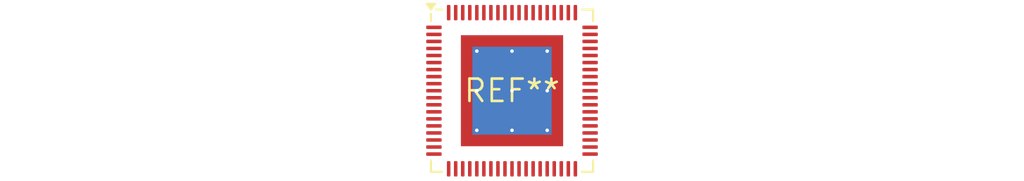
<source format=kicad_pcb>
(kicad_pcb (version 20240108) (generator pcbnew)
  (layers (0 "F.Cu" signal) (31 "B.Cu" signal) (34 "B.Paste" user) (35 "F.Paste" user) (36 "B.SilkS" user "B.Silkscreen") (37 "F.SilkS" user "F.Silkscreen") (38 "B.Mask" user) (39 "F.Mask" user) (44 "Edge.Cuts" user))
  (net 0 "")
  (footprint "QFN-76-1EP_9x9mm_P0.4mm_EP5.81x6.31mm_ThermalVias" (layer "F.Cu") (at 0 0)
    (property "Reference" "REF**")
    (property "Value" "QFN-76-1EP_9x9mm_P0.4mm_EP5.81x6.31mm_ThermalVias")
    (fp_line (start -4.61 -3.96) (end -4.61 -4.37) (layer "F.SilkS") (stroke (width 0.12)))
    (fp_line (start -4.61 4.61) (end -4.61 3.96) (layer "F.SilkS") (stroke (width 0.12)))
    (fp_line (start -3.96 -4.61) (end -4.31 -4.61) (layer "F.SilkS") (stroke (width 0.12)))
    (fp_line (start -3.96 4.61) (end -4.61 4.61) (layer "F.SilkS") (stroke (width 0.12)))
    (fp_line (start 3.96 -4.61) (end 4.61 -4.61) (layer "F.SilkS") (stroke (width 0.12)))
    (fp_line (start 3.96 4.61) (end 4.61 4.61) (layer "F.SilkS") (stroke (width 0.12)))
    (fp_line (start 4.61 -4.61) (end 4.61 -3.96) (layer "F.SilkS") (stroke (width 0.12)))
    (fp_line (start 4.61 4.61) (end 4.61 3.96) (layer "F.SilkS") (stroke (width 0.12)))
    (fp_poly (pts (xy -4.61 -4.61) (xy -4.85 -4.94) (xy -4.37 -4.94) (xy -4.61 -4.61)) (layer "F.SilkS") (stroke (width 0.12)) (fill solid))
    (pad "1" smd roundrect (at -4.4375 -3.6) (size 0.875 0.2) (layers "F.Cu" "F.Paste" "F.Mask"))
    (pad "2" smd roundrect (at -4.4375 -3.2) (size 0.875 0.2) (layers "F.Cu" "F.Paste" "F.Mask"))
    (pad "3" smd roundrect (at -4.4375 -2.8) (size 0.875 0.2) (layers "F.Cu" "F.Paste" "F.Mask"))
    (pad "4" smd roundrect (at -4.4375 -2.4) (size 0.875 0.2) (layers "F.Cu" "F.Paste" "F.Mask"))
    (pad "5" smd roundrect (at -4.4375 -2) (size 0.875 0.2) (layers "F.Cu" "F.Paste" "F.Mask"))
    (pad "6" smd roundrect (at -4.4375 -1.6) (size 0.875 0.2) (layers "F.Cu" "F.Paste" "F.Mask"))
    (pad "7" smd roundrect (at -4.4375 -1.2) (size 0.875 0.2) (layers "F.Cu" "F.Paste" "F.Mask"))
    (pad "8" smd roundrect (at -4.4375 -0.8) (size 0.875 0.2) (layers "F.Cu" "F.Paste" "F.Mask"))
    (pad "9" smd roundrect (at -4.4375 -0.4) (size 0.875 0.2) (layers "F.Cu" "F.Paste" "F.Mask"))
    (pad "10" smd roundrect (at -4.4375 0) (size 0.875 0.2) (layers "F.Cu" "F.Paste" "F.Mask"))
    (pad "11" smd roundrect (at -4.4375 0.4) (size 0.875 0.2) (layers "F.Cu" "F.Paste" "F.Mask"))
    (pad "12" smd roundrect (at -4.4375 0.8) (size 0.875 0.2) (layers "F.Cu" "F.Paste" "F.Mask"))
    (pad "13" smd roundrect (at -4.4375 1.2) (size 0.875 0.2) (layers "F.Cu" "F.Paste" "F.Mask"))
    (pad "14" smd roundrect (at -4.4375 1.6) (size 0.875 0.2) (layers "F.Cu" "F.Paste" "F.Mask"))
    (pad "15" smd roundrect (at -4.4375 2) (size 0.875 0.2) (layers "F.Cu" "F.Paste" "F.Mask"))
    (pad "16" smd roundrect (at -4.4375 2.4) (size 0.875 0.2) (layers "F.Cu" "F.Paste" "F.Mask"))
    (pad "17" smd roundrect (at -4.4375 2.8) (size 0.875 0.2) (layers "F.Cu" "F.Paste" "F.Mask"))
    (pad "18" smd roundrect (at -4.4375 3.2) (size 0.875 0.2) (layers "F.Cu" "F.Paste" "F.Mask"))
    (pad "19" smd roundrect (at -4.4375 3.6) (size 0.875 0.2) (layers "F.Cu" "F.Paste" "F.Mask"))
    (pad "20" smd roundrect (at -3.6 4.4375) (size 0.2 0.875) (layers "F.Cu" "F.Paste" "F.Mask"))
    (pad "21" smd roundrect (at -3.2 4.4375) (size 0.2 0.875) (layers "F.Cu" "F.Paste" "F.Mask"))
    (pad "22" smd roundrect (at -2.8 4.4375) (size 0.2 0.875) (layers "F.Cu" "F.Paste" "F.Mask"))
    (pad "23" smd roundrect (at -2.4 4.4375) (size 0.2 0.875) (layers "F.Cu" "F.Paste" "F.Mask"))
    (pad "24" smd roundrect (at -2 4.4375) (size 0.2 0.875) (layers "F.Cu" "F.Paste" "F.Mask"))
    (pad "25" smd roundrect (at -1.6 4.4375) (size 0.2 0.875) (layers "F.Cu" "F.Paste" "F.Mask"))
    (pad "26" smd roundrect (at -1.2 4.4375) (size 0.2 0.875) (layers "F.Cu" "F.Paste" "F.Mask"))
    (pad "27" smd roundrect (at -0.8 4.4375) (size 0.2 0.875) (layers "F.Cu" "F.Paste" "F.Mask"))
    (pad "28" smd roundrect (at -0.4 4.4375) (size 0.2 0.875) (layers "F.Cu" "F.Paste" "F.Mask"))
    (pad "29" smd roundrect (at 0 4.4375) (size 0.2 0.875) (layers "F.Cu" "F.Paste" "F.Mask"))
    (pad "30" smd roundrect (at 0.4 4.4375) (size 0.2 0.875) (layers "F.Cu" "F.Paste" "F.Mask"))
    (pad "31" smd roundrect (at 0.8 4.4375) (size 0.2 0.875) (layers "F.Cu" "F.Paste" "F.Mask"))
    (pad "32" smd roundrect (at 1.2 4.4375) (size 0.2 0.875) (layers "F.Cu" "F.Paste" "F.Mask"))
    (pad "33" smd roundrect (at 1.6 4.4375) (size 0.2 0.875) (layers "F.Cu" "F.Paste" "F.Mask"))
    (pad "34" smd roundrect (at 2 4.4375) (size 0.2 0.875) (layers "F.Cu" "F.Paste" "F.Mask"))
    (pad "35" smd roundrect (at 2.4 4.4375) (size 0.2 0.875) (layers "F.Cu" "F.Paste" "F.Mask"))
    (pad "36" smd roundrect (at 2.8 4.4375) (size 0.2 0.875) (layers "F.Cu" "F.Paste" "F.Mask"))
    (pad "37" smd roundrect (at 3.2 4.4375) (size 0.2 0.875) (layers "F.Cu" "F.Paste" "F.Mask"))
    (pad "38" smd roundrect (at 3.6 4.4375) (size 0.2 0.875) (layers "F.Cu" "F.Paste" "F.Mask"))
    (pad "39" smd roundrect (at 4.4375 3.6) (size 0.875 0.2) (layers "F.Cu" "F.Paste" "F.Mask"))
    (pad "40" smd roundrect (at 4.4375 3.2) (size 0.875 0.2) (layers "F.Cu" "F.Paste" "F.Mask"))
    (pad "41" smd roundrect (at 4.4375 2.8) (size 0.875 0.2) (layers "F.Cu" "F.Paste" "F.Mask"))
    (pad "42" smd roundrect (at 4.4375 2.4) (size 0.875 0.2) (layers "F.Cu" "F.Paste" "F.Mask"))
    (pad "43" smd roundrect (at 4.4375 2) (size 0.875 0.2) (layers "F.Cu" "F.Paste" "F.Mask"))
    (pad "44" smd roundrect (at 4.4375 1.6) (size 0.875 0.2) (layers "F.Cu" "F.Paste" "F.Mask"))
    (pad "45" smd roundrect (at 4.4375 1.2) (size 0.875 0.2) (layers "F.Cu" "F.Paste" "F.Mask"))
    (pad "46" smd roundrect (at 4.4375 0.8) (size 0.875 0.2) (layers "F.Cu" "F.Paste" "F.Mask"))
    (pad "47" smd roundrect (at 4.4375 0.4) (size 0.875 0.2) (layers "F.Cu" "F.Paste" "F.Mask"))
    (pad "48" smd roundrect (at 4.4375 0) (size 0.875 0.2) (layers "F.Cu" "F.Paste" "F.Mask"))
    (pad "49" smd roundrect (at 4.4375 -0.4) (size 0.875 0.2) (layers "F.Cu" "F.Paste" "F.Mask"))
    (pad "50" smd roundrect (at 4.4375 -0.8) (size 0.875 0.2) (layers "F.Cu" "F.Paste" "F.Mask"))
    (pad "51" smd roundrect (at 4.4375 -1.2) (size 0.875 0.2) (layers "F.Cu" "F.Paste" "F.Mask"))
    (pad "52" smd roundrect (at 4.4375 -1.6) (size 0.875 0.2) (layers "F.Cu" "F.Paste" "F.Mask"))
    (pad "53" smd roundrect (at 4.4375 -2) (size 0.875 0.2) (layers "F.Cu" "F.Paste" "F.Mask"))
    (pad "54" smd roundrect (at 4.4375 -2.4) (size 0.875 0.2) (layers "F.Cu" "F.Paste" "F.Mask"))
    (pad "55" smd roundrect (at 4.4375 -2.8) (size 0.875 0.2) (layers "F.Cu" "F.Paste" "F.Mask"))
    (pad "56" smd roundrect (at 4.4375 -3.2) (size 0.875 0.2) (layers "F.Cu" "F.Paste" "F.Mask"))
    (pad "57" smd roundrect (at 4.4375 -3.6) (size 0.875 0.2) (layers "F.Cu" "F.Paste" "F.Mask"))
    (pad "58" smd roundrect (at 3.6 -4.4375) (size 0.2 0.875) (layers "F.Cu" "F.Paste" "F.Mask"))
    (pad "59" smd roundrect (at 3.2 -4.4375) (size 0.2 0.875) (layers "F.Cu" "F.Paste" "F.Mask"))
    (pad "60" smd roundrect (at 2.8 -4.4375) (size 0.2 0.875) (layers "F.Cu" "F.Paste" "F.Mask"))
    (pad "61" smd roundrect (at 2.4 -4.4375) (size 0.2 0.875) (layers "F.Cu" "F.Paste" "F.Mask"))
    (pad "62" smd roundrect (at 2 -4.4375) (size 0.2 0.875) (layers "F.Cu" "F.Paste" "F.Mask"))
    (pad "63" smd roundrect (at 1.6 -4.4375) (size 0.2 0.875) (layers "F.Cu" "F.Paste" "F.Mask"))
    (pad "64" smd roundrect (at 1.2 -4.4375) (size 0.2 0.875) (layers "F.Cu" "F.Paste" "F.Mask"))
    (pad "65" smd roundrect (at 0.8 -4.4375) (size 0.2 0.875) (layers "F.Cu" "F.Paste" "F.Mask"))
    (pad "66" smd roundrect (at 0.4 -4.4375) (size 0.2 0.875) (layers "F.Cu" "F.Paste" "F.Mask"))
    (pad "67" smd roundrect (at 0 -4.4375) (size 0.2 0.875) (layers "F.Cu" "F.Paste" "F.Mask"))
    (pad "68" smd roundrect (at -0.4 -4.4375) (size 0.2 0.875) (layers "F.Cu" "F.Paste" "F.Mask"))
    (pad "69" smd roundrect (at -0.8 -4.4375) (size 0.2 0.875) (layers "F.Cu" "F.Paste" "F.Mask"))
    (pad "70" smd roundrect (at -1.2 -4.4375) (size 0.2 0.875) (layers "F.Cu" "F.Paste" "F.Mask"))
    (pad "71" smd roundrect (at -1.6 -4.4375) (size 0.2 0.875) (layers "F.Cu" "F.Paste" "F.Mask"))
    (pad "72" smd roundrect (at -2 -4.4375) (size 0.2 0.875) (layers "F.Cu" "F.Paste" "F.Mask"))
    (pad "73" smd roundrect (at -2.4 -4.4375) (size 0.2 0.875) (layers "F.Cu" "F.Paste" "F.Mask"))
    (pad "74" smd roundrect (at -2.8 -4.4375) (size 0.2 0.875) (layers "F.Cu" "F.Paste" "F.Mask"))
    (pad "75" smd roundrect (at -3.2 -4.4375) (size 0.2 0.875) (layers "F.Cu" "F.Paste" "F.Mask"))
    (pad "76" smd roundrect (at -3.6 -4.4375) (size 0.2 0.875) (layers "F.Cu" "F.Paste" "F.Mask"))
    (pad "77" thru_hole circle (at -2 -2.25) (size 0.5 0.5) (drill 0.2) (property pad_prop_heatsink) (layers *.Cu) (remove_unused_layers))
    (pad "77" thru_hole circle (at -2 0) (size 0.5 0.5) (drill 0.2) (property pad_prop_heatsink) (layers *.Cu) (remove_unused_layers))
    (pad "77" thru_hole circle (at -2 2.25) (size 0.5 0.5) (drill 0.2) (property pad_prop_heatsink) (layers *.Cu) (remove_unused_layers))
    (pad "77" thru_hole circle (at 0 -2.25) (size 0.5 0.5) (drill 0.2) (property pad_prop_heatsink) (layers *.Cu) (remove_unused_layers))
    (pad "77" thru_hole circle (at 0 0) (size 0.5 0.5) (drill 0.2) (property pad_prop_heatsink) (layers *.Cu) (remove_unused_layers))
    (pad "77" smd rect (at 0 0) (size 4.5 5) (property pad_prop_heatsink) (layers "B.Cu"))
    (pad "77" smd rect (at 0 0) (size 5.81 6.31) (property pad_prop_heatsink) (layers "F.Cu" "F.Mask"))
    (pad "77" thru_hole circle (at 0 2.25) (size 0.5 0.5) (drill 0.2) (property pad_prop_heatsink) (layers *.Cu) (remove_unused_layers))
    (pad "77" thru_hole circle (at 2 -2.25) (size 0.5 0.5) (drill 0.2) (property pad_prop_heatsink) (layers *.Cu) (remove_unused_layers))
    (pad "77" thru_hole circle (at 2 0) (size 0.5 0.5) (drill 0.2) (property pad_prop_heatsink) (layers *.Cu) (remove_unused_layers))
    (pad "77" thru_hole circle (at 2 2.25) (size 0.5 0.5) (drill 0.2) (property pad_prop_heatsink) (layers *.Cu) (remove_unused_layers))
  )
)
</source>
